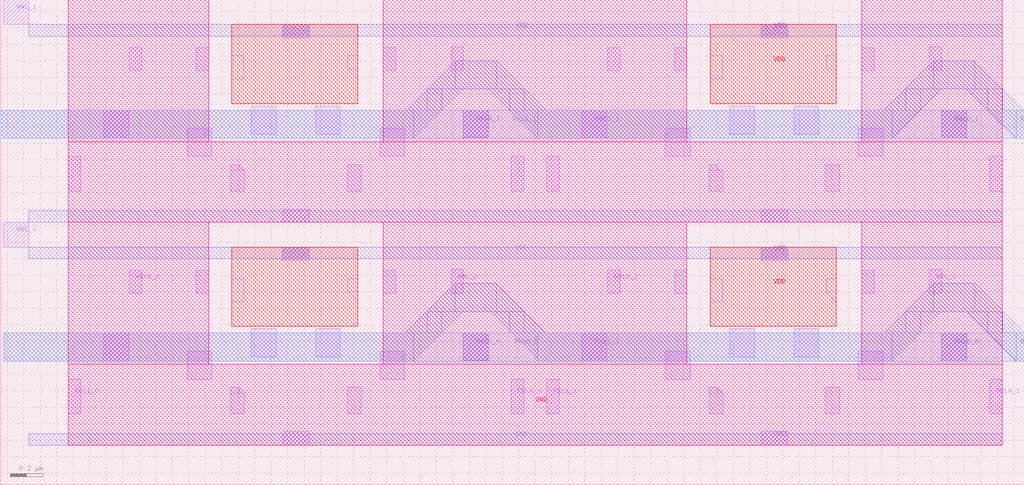
<source format=lef>
VERSION 5.7 ;
  NOWIREEXTENSIONATPIN ON ;
  DIVIDERCHAR "/" ;
  BUSBITCHARS "[]" ;
MACRO 10T_toy_magic
  CLASS BLOCK ;
  FOREIGN 10T_toy_magic ;
  ORIGIN 0.500 0.095 ;
  SIZE 2.760 BY 1.350 ;
  PIN WBL
    DIRECTION INPUT ;
    USE SIGNAL ;
    ANTENNADIFFAREA 0.024175 ;
    PORT
      LAYER li1 ;
        RECT 1.820 0.825 1.895 0.970 ;
    END
  END WBL
  PIN WBLb
    DIRECTION INPUT ;
    USE SIGNAL ;
    ANTENNADIFFAREA 0.023100 ;
    PORT
      LAYER li1 ;
        RECT -0.130 0.825 -0.055 0.965 ;
    END
  END WBLb
  PIN RBL0
    DIRECTION OUTPUT ;
    USE SIGNAL ;
    ANTENNADIFFAREA 0.045150 ;
    PORT
      LAYER li1 ;
        RECT 2.185 0.095 2.260 0.305 ;
    END
  END RBL0
  PIN RBL1
    DIRECTION OUTPUT ;
    USE SIGNAL ;
    ANTENNADIFFAREA 0.045150 ;
    PORT
      LAYER li1 ;
        RECT -0.500 0.095 -0.425 0.305 ;
    END
  END RBL1
  PIN VDD
    DIRECTION INOUT ;
    USE POWER ;
    SHAPE ABUTMENT ;
    PORT
      LAYER nwell ;
        RECT 0.490 0.625 1.255 1.105 ;
      LAYER li1 ;
        RECT 0.800 1.035 0.960 1.105 ;
        RECT 0.810 1.025 0.950 1.035 ;
      LAYER met1 ;
        RECT -0.500 1.035 2.260 1.105 ;
    END
  END VDD
  PIN GND
    DIRECTION INOUT ;
    USE GROUND ;
    SHAPE ABUTMENT ;
    PORT
      LAYER pwell ;
        RECT -0.500 0.395 0.350 1.255 ;
        RECT 1.410 0.395 2.260 1.255 ;
        RECT -0.500 -0.095 2.260 0.395 ;
      LAYER li1 ;
        RECT 0.810 -0.025 0.950 -0.015 ;
        RECT 0.800 -0.095 0.960 -0.025 ;
      LAYER met1 ;
        RECT -0.500 -0.095 2.260 -0.025 ;
    END
  END GND
  OBS
      LAYER li1 ;
        RECT 0.275 0.825 0.350 0.965 ;
        RECT 0.490 0.775 0.565 0.915 ;
        RECT 1.195 0.835 1.255 0.915 ;
        POLYGON 1.195 0.835 1.255 0.835 1.255 0.775 ;
        RECT 1.410 0.825 1.485 0.965 ;
        RECT -0.285 0.415 -0.135 0.585 ;
        RECT 0.220 0.305 0.370 0.475 ;
        RECT 0.610 0.440 0.760 0.610 ;
        RECT 1.000 0.440 1.150 0.610 ;
        RECT 1.390 0.305 1.540 0.475 ;
        RECT 1.895 0.415 2.045 0.585 ;
        RECT 0.485 0.220 0.535 0.255 ;
        POLYGON 0.535 0.255 0.570 0.220 0.535 0.220 ;
        RECT 0.485 0.095 0.570 0.220 ;
        RECT 1.190 0.095 1.275 0.255 ;
  END
END 10T_toy_magic
MACRO 10T_4x4_magic
  CLASS BLOCK ;
  FOREIGN 10T_4x4_magic ;
  ORIGIN 0.440 1.570 ;
  SIZE 6.205 BY 2.940 ;
  PIN RWL1_0
    DIRECTION INPUT ;
    USE SIGNAL ;
    ANTENNAGATEAREA 0.063000 ;
    PORT
      LAYER li1 ;
        RECT 0.185 -0.820 0.335 -0.650 ;
        RECT 3.085 -0.820 3.235 -0.650 ;
      LAYER met1 ;
        POLYGON 2.315 -0.350 2.315 -0.520 2.145 -0.520 ;
        RECT 2.315 -0.520 2.565 -0.350 ;
        POLYGON 2.565 -0.350 2.735 -0.520 2.565 -0.520 ;
        POLYGON 5.215 -0.350 5.215 -0.520 5.045 -0.520 ;
        RECT 5.215 -0.520 5.465 -0.350 ;
        POLYGON 5.465 -0.350 5.635 -0.520 5.465 -0.520 ;
        POLYGON 2.145 -0.520 2.145 -0.650 2.015 -0.650 ;
        RECT 2.145 -0.650 2.235 -0.520 ;
        POLYGON 2.235 -0.520 2.365 -0.520 2.235 -0.650 ;
        POLYGON 2.515 -0.520 2.645 -0.520 2.645 -0.650 ;
        RECT 2.645 -0.650 2.735 -0.520 ;
        POLYGON 2.735 -0.520 2.865 -0.650 2.735 -0.650 ;
        POLYGON 5.045 -0.520 5.045 -0.650 4.915 -0.650 ;
        RECT 5.045 -0.650 5.135 -0.520 ;
        POLYGON 5.135 -0.520 5.265 -0.520 5.135 -0.650 ;
        POLYGON 5.415 -0.520 5.545 -0.520 5.545 -0.650 ;
        RECT 5.545 -0.650 5.635 -0.520 ;
        POLYGON 5.635 -0.520 5.765 -0.650 5.635 -0.650 ;
        RECT -0.420 -0.820 2.065 -0.650 ;
        POLYGON 2.065 -0.650 2.235 -0.650 2.065 -0.820 ;
        POLYGON 2.645 -0.650 2.815 -0.650 2.815 -0.820 ;
        RECT 2.815 -0.820 4.965 -0.650 ;
        POLYGON 4.965 -0.650 5.135 -0.650 4.965 -0.820 ;
        POLYGON 5.545 -0.650 5.715 -0.650 5.715 -0.820 ;
        RECT 5.715 -0.820 5.765 -0.650 ;
    END
  END RWL1_0
  PIN RWL0_0
    DIRECTION INPUT ;
    USE SIGNAL ;
    ANTENNAGATEAREA 0.063000 ;
    PORT
      LAYER li1 ;
        RECT 2.365 -0.820 2.515 -0.650 ;
        RECT 5.265 -0.820 5.415 -0.650 ;
      LAYER mcon ;
        RECT 2.365 -0.815 2.515 -0.650 ;
      LAYER met1 ;
        RECT 2.365 -0.820 2.515 -0.650 ;
        RECT 5.265 -0.820 5.415 -0.650 ;
      LAYER met2 ;
        RECT -0.420 -0.820 5.765 -0.650 ;
    END
  END RWL0_0
  PIN GND
    DIRECTION INOUT ;
    USE GROUND ;
    SHAPE ABUTMENT ;
    PORT
      LAYER pwell ;
        RECT -0.030 0.510 0.820 1.370 ;
        RECT 1.880 0.510 3.720 1.370 ;
        RECT 4.780 0.510 5.630 1.370 ;
        RECT -0.030 0.020 5.630 0.510 ;
        RECT -0.030 -0.840 0.820 0.020 ;
        RECT 1.880 -0.840 3.720 0.020 ;
        RECT 4.780 -0.840 5.630 0.020 ;
        RECT -0.030 -1.330 5.630 -0.840 ;
      LAYER li1 ;
        RECT 1.270 0.020 1.430 0.100 ;
        RECT 4.170 0.020 4.330 0.100 ;
        RECT 1.270 -1.330 1.430 -1.250 ;
        RECT 4.170 -1.330 4.330 -1.250 ;
      LAYER met1 ;
        RECT -0.270 0.020 5.630 0.090 ;
        RECT -0.270 -1.330 5.630 -1.260 ;
    END
  END GND
  PIN VDD
    DIRECTION INOUT ;
    USE POWER ;
    SHAPE ABUTMENT ;
    PORT
      LAYER nwell ;
        RECT 0.960 0.740 1.725 1.220 ;
        RECT 3.860 0.740 4.625 1.220 ;
      LAYER li1 ;
        RECT 1.270 1.140 1.430 1.220 ;
        RECT 4.170 1.140 4.330 1.220 ;
      LAYER mcon ;
        RECT 1.270 1.150 1.430 1.220 ;
        RECT 4.170 1.150 4.330 1.220 ;
      LAYER met1 ;
        RECT -0.270 1.150 5.630 1.220 ;
    END
    PORT
      LAYER nwell ;
        RECT 0.960 -0.610 1.725 -0.130 ;
        RECT 3.860 -0.610 4.625 -0.130 ;
      LAYER li1 ;
        RECT 1.270 -0.210 1.430 -0.130 ;
        RECT 4.170 -0.210 4.330 -0.130 ;
      LAYER mcon ;
        RECT 1.270 -0.200 1.430 -0.130 ;
        RECT 4.170 -0.200 4.330 -0.130 ;
      LAYER met1 ;
        RECT -0.270 -0.200 5.630 -0.130 ;
    END
  END VDD
  PIN WWL_0
    DIRECTION INPUT ;
    USE SIGNAL ;
    ANTENNAGATEAREA 0.084000 ;
    PORT
      LAYER li1 ;
        RECT -0.420 -0.130 -0.270 0.020 ;
    END
  END WWL_0
  PIN RWL0_1
    DIRECTION INPUT ;
    USE SIGNAL ;
    ANTENNAGATEAREA 0.063000 ;
    PORT
      LAYER li1 ;
        RECT 2.365 0.530 2.515 0.700 ;
        RECT 5.265 0.530 5.415 0.700 ;
      LAYER mcon ;
        RECT 2.365 0.535 2.515 0.700 ;
      LAYER met1 ;
        RECT 2.365 0.530 2.515 0.700 ;
        RECT 5.265 0.530 5.415 0.700 ;
      LAYER met2 ;
        RECT -0.440 0.530 5.765 0.700 ;
    END
  END RWL0_1
  PIN RWL1_1
    DIRECTION INPUT ;
    USE SIGNAL ;
    ANTENNAGATEAREA 0.063000 ;
    PORT
      LAYER li1 ;
        RECT 0.185 0.530 0.335 0.700 ;
        RECT 3.085 0.530 3.235 0.700 ;
      LAYER met1 ;
        POLYGON 2.315 1.000 2.315 0.830 2.145 0.830 ;
        RECT 2.315 0.830 2.565 1.000 ;
        POLYGON 2.565 1.000 2.735 0.830 2.565 0.830 ;
        POLYGON 5.215 1.000 5.215 0.830 5.045 0.830 ;
        RECT 5.215 0.830 5.465 1.000 ;
        POLYGON 5.465 1.000 5.635 0.830 5.465 0.830 ;
        POLYGON 2.145 0.830 2.145 0.700 2.015 0.700 ;
        RECT 2.145 0.700 2.235 0.830 ;
        POLYGON 2.235 0.830 2.365 0.830 2.235 0.700 ;
        POLYGON 2.515 0.830 2.645 0.830 2.645 0.700 ;
        RECT 2.645 0.700 2.735 0.830 ;
        POLYGON 2.735 0.830 2.865 0.700 2.735 0.700 ;
        POLYGON 5.045 0.830 5.045 0.700 4.915 0.700 ;
        RECT 5.045 0.700 5.135 0.830 ;
        POLYGON 5.135 0.830 5.265 0.830 5.135 0.700 ;
        POLYGON 5.415 0.830 5.545 0.830 5.545 0.700 ;
        RECT 5.545 0.700 5.635 0.830 ;
        POLYGON 5.635 0.830 5.765 0.700 5.635 0.700 ;
        RECT -0.440 0.530 2.065 0.700 ;
        POLYGON 2.065 0.700 2.235 0.700 2.065 0.530 ;
        POLYGON 2.645 0.700 2.815 0.700 2.815 0.530 ;
        RECT 2.815 0.530 4.965 0.700 ;
        POLYGON 4.965 0.700 5.135 0.700 4.965 0.530 ;
        POLYGON 5.545 0.700 5.715 0.700 5.715 0.530 ;
        RECT 5.715 0.530 5.765 0.700 ;
    END
  END RWL1_1
  PIN WWL_1
    DIRECTION INPUT ;
    USE SIGNAL ;
    ANTENNAGATEAREA 0.084000 ;
    PORT
      LAYER li1 ;
        RECT -0.420 1.220 -0.270 1.370 ;
    END
  END WWL_1
  PIN RBL1_0
    DIRECTION OUTPUT ;
    USE SIGNAL ;
    ANTENNADIFFAREA 0.090300 ;
    PORT
      LAYER li1 ;
        RECT -0.030 0.210 0.045 0.420 ;
        RECT -0.030 -1.140 0.045 -0.930 ;
    END
  END RBL1_0
  PIN WBLb_0
    DIRECTION OUTPUT ;
    USE SIGNAL ;
    ANTENNADIFFAREA 0.046200 ;
    PORT
      LAYER li1 ;
        RECT 0.340 0.940 0.415 1.080 ;
        RECT 0.340 -0.410 0.415 -0.270 ;
    END
  END WBLb_0
  PIN WBL_0
    DIRECTION OUTPUT ;
    USE SIGNAL ;
    ANTENNADIFFAREA 0.048350 ;
    PORT
      LAYER li1 ;
        RECT 2.290 0.940 2.365 1.085 ;
        RECT 2.290 -0.410 2.365 -0.265 ;
    END
  END WBL_0
  PIN RBL0_0
    DIRECTION OUTPUT ;
    USE SIGNAL ;
    ANTENNADIFFAREA 0.090300 ;
    PORT
      LAYER li1 ;
        RECT 2.655 0.210 2.730 0.420 ;
        RECT 2.655 -1.140 2.730 -0.930 ;
    END
  END RBL0_0
  PIN RBL1_1
    DIRECTION OUTPUT ;
    USE SIGNAL ;
    ANTENNADIFFAREA 0.090300 ;
    PORT
      LAYER li1 ;
        RECT 2.870 0.210 2.945 0.420 ;
        RECT 2.870 -1.140 2.945 -0.930 ;
    END
  END RBL1_1
  PIN WBLb_1
    DIRECTION OUTPUT ;
    USE SIGNAL ;
    ANTENNADIFFAREA 0.046200 ;
    PORT
      LAYER li1 ;
        RECT 3.240 0.940 3.315 1.080 ;
        RECT 3.240 -0.410 3.315 -0.270 ;
    END
  END WBLb_1
  PIN WBL_1
    DIRECTION OUTPUT ;
    USE SIGNAL ;
    ANTENNADIFFAREA 0.048350 ;
    PORT
      LAYER li1 ;
        RECT 5.190 0.940 5.265 1.085 ;
        RECT 5.190 -0.410 5.265 -0.265 ;
    END
  END WBL_1
  PIN RBL0_1
    DIRECTION OUTPUT ;
    USE SIGNAL ;
    ANTENNADIFFAREA 0.090300 ;
    PORT
      LAYER li1 ;
        RECT 5.555 0.210 5.630 0.420 ;
        RECT 5.555 -1.140 5.630 -0.930 ;
    END
  END RBL0_1
  OBS
      LAYER li1 ;
        RECT 0.745 0.940 0.820 1.080 ;
        RECT 0.960 0.890 1.035 1.030 ;
        RECT 1.665 0.950 1.725 1.030 ;
        POLYGON 1.665 0.950 1.725 0.950 1.725 0.890 ;
        RECT 1.880 0.940 1.955 1.080 ;
        RECT 3.645 0.940 3.720 1.080 ;
        RECT 3.860 0.890 3.935 1.030 ;
        RECT 4.565 0.950 4.625 1.030 ;
        POLYGON 4.565 0.950 4.625 0.950 4.625 0.890 ;
        RECT 4.780 0.940 4.855 1.080 ;
        RECT 0.690 0.420 0.840 0.590 ;
        RECT 1.080 0.555 1.230 0.725 ;
        RECT 1.470 0.555 1.620 0.725 ;
        RECT 1.860 0.420 2.010 0.590 ;
        RECT 3.590 0.420 3.740 0.590 ;
        RECT 3.980 0.555 4.130 0.725 ;
        RECT 4.370 0.555 4.520 0.725 ;
        RECT 4.760 0.420 4.910 0.590 ;
        RECT 0.955 0.335 1.005 0.370 ;
        POLYGON 1.005 0.370 1.040 0.335 1.005 0.335 ;
        RECT 0.955 0.210 1.040 0.335 ;
        RECT 1.660 0.210 1.745 0.370 ;
        RECT 3.855 0.335 3.905 0.370 ;
        POLYGON 3.905 0.370 3.940 0.335 3.905 0.335 ;
        RECT 3.855 0.210 3.940 0.335 ;
        RECT 4.560 0.210 4.645 0.370 ;
        RECT 0.745 -0.410 0.820 -0.270 ;
        RECT 0.960 -0.460 1.035 -0.320 ;
        RECT 1.665 -0.400 1.725 -0.320 ;
        POLYGON 1.665 -0.400 1.725 -0.400 1.725 -0.460 ;
        RECT 1.880 -0.410 1.955 -0.270 ;
        RECT 3.645 -0.410 3.720 -0.270 ;
        RECT 3.860 -0.460 3.935 -0.320 ;
        RECT 4.565 -0.400 4.625 -0.320 ;
        POLYGON 4.565 -0.400 4.625 -0.400 4.625 -0.460 ;
        RECT 4.780 -0.410 4.855 -0.270 ;
        RECT 0.690 -0.930 0.840 -0.760 ;
        RECT 1.080 -0.795 1.230 -0.625 ;
        RECT 1.470 -0.795 1.620 -0.625 ;
        RECT 1.860 -0.930 2.010 -0.760 ;
        RECT 3.590 -0.930 3.740 -0.760 ;
        RECT 3.980 -0.795 4.130 -0.625 ;
        RECT 4.370 -0.795 4.520 -0.625 ;
        RECT 4.760 -0.930 4.910 -0.760 ;
        RECT 0.955 -1.015 1.005 -0.980 ;
        POLYGON 1.005 -0.980 1.040 -1.015 1.005 -1.015 ;
        RECT 0.955 -1.140 1.040 -1.015 ;
        RECT 1.660 -1.140 1.745 -0.980 ;
        RECT 3.855 -1.015 3.905 -0.980 ;
        POLYGON 3.905 -0.980 3.940 -1.015 3.905 -1.015 ;
        RECT 3.855 -1.140 3.940 -1.015 ;
        RECT 4.560 -1.140 4.645 -0.980 ;
  END
END 10T_4x4_magic
END LIBRARY


</source>
